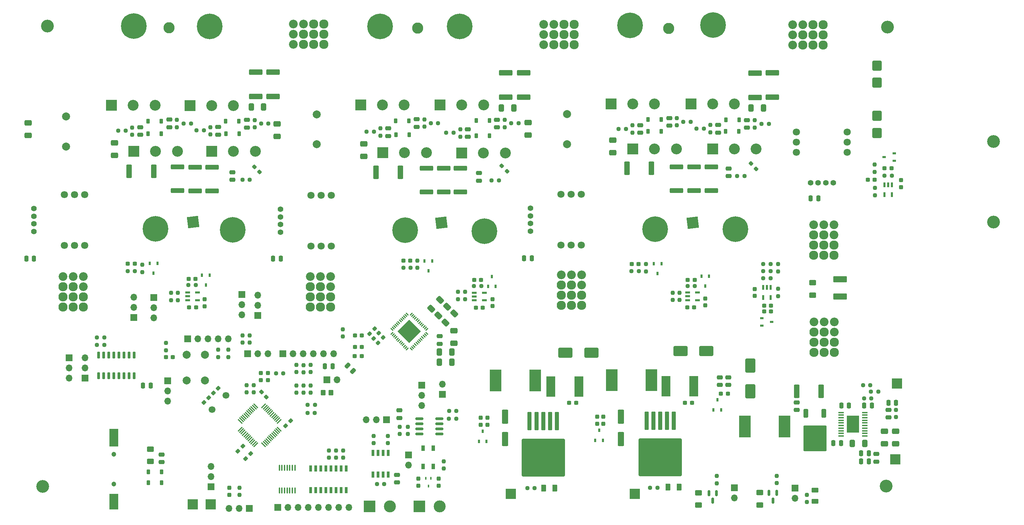
<source format=gbr>
%TF.GenerationSoftware,KiCad,Pcbnew,7.0.1*%
%TF.CreationDate,2023-11-27T14:14:32+03:00*%
%TF.ProjectId,motordriver,6d6f746f-7264-4726-9976-65722e6b6963,rev?*%
%TF.SameCoordinates,Original*%
%TF.FileFunction,Soldermask,Top*%
%TF.FilePolarity,Negative*%
%FSLAX46Y46*%
G04 Gerber Fmt 4.6, Leading zero omitted, Abs format (unit mm)*
G04 Created by KiCad (PCBNEW 7.0.1) date 2023-11-27 14:14:32*
%MOMM*%
%LPD*%
G01*
G04 APERTURE LIST*
G04 Aperture macros list*
%AMRoundRect*
0 Rectangle with rounded corners*
0 $1 Rounding radius*
0 $2 $3 $4 $5 $6 $7 $8 $9 X,Y pos of 4 corners*
0 Add a 4 corners polygon primitive as box body*
4,1,4,$2,$3,$4,$5,$6,$7,$8,$9,$2,$3,0*
0 Add four circle primitives for the rounded corners*
1,1,$1+$1,$2,$3*
1,1,$1+$1,$4,$5*
1,1,$1+$1,$6,$7*
1,1,$1+$1,$8,$9*
0 Add four rect primitives between the rounded corners*
20,1,$1+$1,$2,$3,$4,$5,0*
20,1,$1+$1,$4,$5,$6,$7,0*
20,1,$1+$1,$6,$7,$8,$9,0*
20,1,$1+$1,$8,$9,$2,$3,0*%
%AMHorizOval*
0 Thick line with rounded ends*
0 $1 width*
0 $2 $3 position (X,Y) of the first rounded end (center of the circle)*
0 $4 $5 position (X,Y) of the second rounded end (center of the circle)*
0 Add line between two ends*
20,1,$1,$2,$3,$4,$5,0*
0 Add two circle primitives to create the rounded ends*
1,1,$1,$2,$3*
1,1,$1,$4,$5*%
%AMRotRect*
0 Rectangle, with rotation*
0 The origin of the aperture is its center*
0 $1 length*
0 $2 width*
0 $3 Rotation angle, in degrees counterclockwise*
0 Add horizontal line*
21,1,$1,$2,0,0,$3*%
G04 Aperture macros list end*
%ADD10RoundRect,0.237500X0.250000X0.237500X-0.250000X0.237500X-0.250000X-0.237500X0.250000X-0.237500X0*%
%ADD11RoundRect,0.250000X0.475000X-0.250000X0.475000X0.250000X-0.475000X0.250000X-0.475000X-0.250000X0*%
%ADD12RoundRect,0.249999X1.425001X-0.450001X1.425001X0.450001X-1.425001X0.450001X-1.425001X-0.450001X0*%
%ADD13R,2.500000X2.500000*%
%ADD14C,6.400000*%
%ADD15RoundRect,0.250000X-0.250000X-0.475000X0.250000X-0.475000X0.250000X0.475000X-0.250000X0.475000X0*%
%ADD16RoundRect,0.250000X-1.425000X0.362500X-1.425000X-0.362500X1.425000X-0.362500X1.425000X0.362500X0*%
%ADD17RoundRect,0.237500X0.300000X0.237500X-0.300000X0.237500X-0.300000X-0.237500X0.300000X-0.237500X0*%
%ADD18R,0.600000X1.200000*%
%ADD19RoundRect,0.237500X0.237500X-0.250000X0.237500X0.250000X-0.237500X0.250000X-0.237500X-0.250000X0*%
%ADD20RoundRect,0.237500X0.237500X-0.300000X0.237500X0.300000X-0.237500X0.300000X-0.237500X-0.300000X0*%
%ADD21RoundRect,0.250000X-0.475000X0.250000X-0.475000X-0.250000X0.475000X-0.250000X0.475000X0.250000X0*%
%ADD22RoundRect,0.237500X-0.237500X0.250000X-0.237500X-0.250000X0.237500X-0.250000X0.237500X0.250000X0*%
%ADD23RoundRect,0.225000X0.225000X0.375000X-0.225000X0.375000X-0.225000X-0.375000X0.225000X-0.375000X0*%
%ADD24R,2.715000X2.715000*%
%ADD25C,2.715000*%
%ADD26R,1.700000X1.700000*%
%ADD27O,1.700000X1.700000*%
%ADD28RoundRect,0.250000X-0.550000X1.500000X-0.550000X-1.500000X0.550000X-1.500000X0.550000X1.500000X0*%
%ADD29R,0.600000X0.850000*%
%ADD30C,2.175000*%
%ADD31C,2.300000*%
%ADD32RoundRect,0.250000X-1.450000X0.537500X-1.450000X-0.537500X1.450000X-0.537500X1.450000X0.537500X0*%
%ADD33C,3.200000*%
%ADD34RoundRect,0.250000X-0.350000X0.850000X-0.350000X-0.850000X0.350000X-0.850000X0.350000X0.850000X0*%
%ADD35RoundRect,0.249997X-2.650003X2.950003X-2.650003X-2.950003X2.650003X-2.950003X2.650003X2.950003X0*%
%ADD36RoundRect,0.237500X-0.250000X-0.237500X0.250000X-0.237500X0.250000X0.237500X-0.250000X0.237500X0*%
%ADD37RoundRect,0.249999X-0.450001X-1.425001X0.450001X-1.425001X0.450001X1.425001X-0.450001X1.425001X0*%
%ADD38RoundRect,0.237500X-0.237500X0.300000X-0.237500X-0.300000X0.237500X-0.300000X0.237500X0.300000X0*%
%ADD39RoundRect,0.250000X-0.167938X0.751301X-0.751301X0.167938X0.167938X-0.751301X0.751301X-0.167938X0*%
%ADD40RoundRect,0.250000X0.412500X0.650000X-0.412500X0.650000X-0.412500X-0.650000X0.412500X-0.650000X0*%
%ADD41RoundRect,0.250000X-0.625000X0.375000X-0.625000X-0.375000X0.625000X-0.375000X0.625000X0.375000X0*%
%ADD42R,0.650000X1.525000*%
%ADD43C,1.800000*%
%ADD44C,1.416000*%
%ADD45RoundRect,0.237500X-0.044194X-0.380070X0.380070X0.044194X0.044194X0.380070X-0.380070X-0.044194X0*%
%ADD46RoundRect,0.250000X-0.300000X2.050000X-0.300000X-2.050000X0.300000X-2.050000X0.300000X2.050000X0*%
%ADD47RoundRect,0.250002X-5.149998X4.449998X-5.149998X-4.449998X5.149998X-4.449998X5.149998X4.449998X0*%
%ADD48R,2.200000X5.200000*%
%ADD49RoundRect,0.250000X-1.500000X-1.000000X1.500000X-1.000000X1.500000X1.000000X-1.500000X1.000000X0*%
%ADD50RoundRect,0.237500X-0.300000X-0.237500X0.300000X-0.237500X0.300000X0.237500X-0.300000X0.237500X0*%
%ADD51RoundRect,0.250000X0.250000X0.475000X-0.250000X0.475000X-0.250000X-0.475000X0.250000X-0.475000X0*%
%ADD52RoundRect,0.225000X-0.225000X-0.375000X0.225000X-0.375000X0.225000X0.375000X-0.225000X0.375000X0*%
%ADD53C,2.000000*%
%ADD54R,3.000000X3.000000*%
%ADD55C,3.000000*%
%ADD56RoundRect,0.250000X0.625000X-0.400000X0.625000X0.400000X-0.625000X0.400000X-0.625000X-0.400000X0*%
%ADD57RoundRect,0.237500X-0.008839X-0.344715X0.344715X0.008839X0.008839X0.344715X-0.344715X-0.008839X0*%
%ADD58RoundRect,0.250000X-0.650000X0.412500X-0.650000X-0.412500X0.650000X-0.412500X0.650000X0.412500X0*%
%ADD59R,1.200000X0.600000*%
%ADD60RoundRect,0.250000X-0.625000X0.400000X-0.625000X-0.400000X0.625000X-0.400000X0.625000X0.400000X0*%
%ADD61R,0.850000X0.600000*%
%ADD62C,1.200000*%
%ADD63R,2.300000X4.000000*%
%ADD64R,2.300000X4.400000*%
%ADD65RoundRect,0.062500X0.220971X0.309359X-0.309359X-0.220971X-0.220971X-0.309359X0.309359X0.220971X0*%
%ADD66RoundRect,0.062500X-0.220971X0.309359X-0.309359X0.220971X0.220971X-0.309359X0.309359X-0.220971X0*%
%ADD67RotRect,4.100000X4.100000X225.000000*%
%ADD68RoundRect,0.237500X0.344715X-0.008839X-0.008839X0.344715X-0.344715X0.008839X0.008839X-0.344715X0*%
%ADD69R,2.900000X5.400000*%
%ADD70RoundRect,0.150000X-0.150000X0.587500X-0.150000X-0.587500X0.150000X-0.587500X0.150000X0.587500X0*%
%ADD71R,0.900000X1.350000*%
%ADD72RoundRect,0.250000X0.375000X0.625000X-0.375000X0.625000X-0.375000X-0.625000X0.375000X-0.625000X0*%
%ADD73RoundRect,0.237500X0.044194X0.380070X-0.380070X-0.044194X-0.044194X-0.380070X0.380070X0.044194X0*%
%ADD74RoundRect,0.075000X-0.521491X0.415425X0.415425X-0.521491X0.521491X-0.415425X-0.415425X0.521491X0*%
%ADD75RoundRect,0.075000X-0.521491X-0.415425X-0.415425X-0.521491X0.521491X0.415425X0.415425X0.521491X0*%
%ADD76RoundRect,0.150000X-0.825000X-0.150000X0.825000X-0.150000X0.825000X0.150000X-0.825000X0.150000X0*%
%ADD77RoundRect,0.150000X-0.150000X0.725000X-0.150000X-0.725000X0.150000X-0.725000X0.150000X0.725000X0*%
%ADD78RoundRect,0.250000X0.900000X-1.000000X0.900000X1.000000X-0.900000X1.000000X-0.900000X-1.000000X0*%
%ADD79RoundRect,0.237500X0.380070X-0.044194X-0.044194X0.380070X-0.380070X0.044194X0.044194X-0.380070X0*%
%ADD80C,1.700000*%
%ADD81RoundRect,0.250000X0.650000X-0.412500X0.650000X0.412500X-0.650000X0.412500X-0.650000X-0.412500X0*%
%ADD82RoundRect,0.250000X-0.350000X-0.450000X0.350000X-0.450000X0.350000X0.450000X-0.350000X0.450000X0*%
%ADD83RoundRect,0.250000X-0.900000X1.000000X-0.900000X-1.000000X0.900000X-1.000000X0.900000X1.000000X0*%
%ADD84RoundRect,0.100000X-0.100000X0.637500X-0.100000X-0.637500X0.100000X-0.637500X0.100000X0.637500X0*%
%ADD85RoundRect,0.250000X1.000000X-1.500000X1.000000X1.500000X-1.000000X1.500000X-1.000000X-1.500000X0*%
%ADD86RoundRect,0.250000X0.512652X0.159099X0.159099X0.512652X-0.512652X-0.159099X-0.159099X-0.512652X0*%
%ADD87R,0.450000X0.700000*%
%ADD88R,1.450000X0.450000*%
%ADD89R,3.150000X4.350000*%
%ADD90RotRect,2.800000X2.800000X97.000000*%
%ADD91HorizOval,2.800000X0.000000X0.000000X0.000000X0.000000X0*%
G04 APERTURE END LIST*
D10*
%TO.C,R9*%
X151788500Y-147828000D03*
X149963500Y-147828000D03*
%TD*%
D11*
%TO.C,C94*%
X117983000Y-130236000D03*
X117983000Y-128336000D03*
%TD*%
D12*
%TO.C,R149*%
X211175600Y-50038000D03*
X211175600Y-43938000D03*
%TD*%
D13*
%TO.C,TP5*%
X176820000Y-149280000D03*
%TD*%
D14*
%TO.C,H8*%
X70574964Y-32301993D03*
%TD*%
D15*
%TO.C,C26*%
X53914000Y-122174000D03*
X55814000Y-122174000D03*
%TD*%
D16*
%TO.C,R42*%
X129032000Y-67818000D03*
X129032000Y-73743000D03*
%TD*%
D17*
%TO.C,C18*%
X210869700Y-102158800D03*
X209144700Y-102158800D03*
%TD*%
D18*
%TO.C,OPA5*%
X210804800Y-97606800D03*
X209854800Y-97606800D03*
X208904800Y-97606800D03*
X208904800Y-100106800D03*
X210804800Y-100106800D03*
%TD*%
D19*
%TO.C,R47*%
X79756000Y-123848500D03*
X79756000Y-122023500D03*
%TD*%
D20*
%TO.C,C112*%
X243382800Y-72490500D03*
X243382800Y-70765500D03*
%TD*%
D19*
%TO.C,R70*%
X179628800Y-93573600D03*
X179628800Y-91748600D03*
%TD*%
D21*
%TO.C,C99*%
X53187600Y-57520800D03*
X53187600Y-59420800D03*
%TD*%
D22*
%TO.C,R88*%
X197322400Y-144754200D03*
X197322400Y-146579200D03*
%TD*%
D17*
%TO.C,C14*%
X162152500Y-126492000D03*
X160427500Y-126492000D03*
%TD*%
D23*
%TO.C,D15*%
X120318800Y-55930800D03*
X117018800Y-55930800D03*
%TD*%
D10*
%TO.C,R141*%
X69086100Y-58318400D03*
X67261100Y-58318400D03*
%TD*%
D14*
%TO.C,H13*%
X119380000Y-83312000D03*
%TD*%
D24*
%TO.C,Q11*%
X190850000Y-51730000D03*
D25*
X196300000Y-51730000D03*
X201750000Y-51730000D03*
%TD*%
D26*
%TO.C,J15*%
X35450000Y-115200000D03*
D27*
X35450000Y-117740000D03*
X35450000Y-120280000D03*
%TD*%
D19*
%TO.C,R56*%
X80518000Y-111412500D03*
X80518000Y-109587500D03*
%TD*%
D28*
%TO.C,C16*%
X144399000Y-129915000D03*
X144399000Y-135515000D03*
%TD*%
D29*
%TO.C,Z2*%
X57489300Y-91561600D03*
X55589300Y-91561600D03*
X56539300Y-94061600D03*
%TD*%
D10*
%TO.C,R4*%
X235938700Y-125350816D03*
X234113700Y-125350816D03*
%TD*%
D30*
%TO.C,WSC3*%
X226700000Y-106200000D03*
X224160000Y-106200000D03*
X221620000Y-106200000D03*
X226700000Y-108740000D03*
D31*
X224160000Y-108740000D03*
X221620000Y-108740000D03*
X226700000Y-111280000D03*
X224160000Y-111280000D03*
X221620000Y-111280000D03*
X226700000Y-113820000D03*
X224160000Y-113820000D03*
X221620000Y-113820000D03*
%TD*%
D20*
%TO.C,C77*%
X127762000Y-147166500D03*
X127762000Y-145441500D03*
%TD*%
D19*
%TO.C,R152*%
X81838800Y-57554500D03*
X81838800Y-55729500D03*
%TD*%
D32*
%TO.C,C61*%
X228142800Y-95601700D03*
X228142800Y-99876700D03*
%TD*%
D33*
%TO.C,H1*%
X30000000Y-32250000D03*
%TD*%
D22*
%TO.C,R30*%
X103860000Y-108067500D03*
X103860000Y-109892500D03*
%TD*%
D17*
%TO.C,C52*%
X191108500Y-126492000D03*
X189383500Y-126492000D03*
%TD*%
D34*
%TO.C,D8*%
X224098200Y-129080817D03*
D35*
X221818200Y-135380817D03*
D34*
X219538200Y-129080817D03*
%TD*%
D19*
%TO.C,R48*%
X122428000Y-92706200D03*
X122428000Y-90881200D03*
%TD*%
D16*
%TO.C,R32*%
X195961000Y-67437000D03*
X195961000Y-73362000D03*
%TD*%
D29*
%TO.C,Z5*%
X70546000Y-94528000D03*
X68646000Y-94528000D03*
X69596000Y-97028000D03*
%TD*%
D26*
%TO.C,J2*%
X128750000Y-124345000D03*
D27*
X128750000Y-121805000D03*
%TD*%
D19*
%TO.C,R117*%
X95758000Y-123952000D03*
X95758000Y-122127000D03*
%TD*%
D36*
%TO.C,R12*%
X208942300Y-93522800D03*
X210767300Y-93522800D03*
%TD*%
D11*
%TO.C,C27*%
X58547000Y-141292000D03*
X58547000Y-139392000D03*
%TD*%
D37*
%TO.C,R7*%
X217244200Y-123572816D03*
X223344200Y-123572816D03*
%TD*%
D10*
%TO.C,R64*%
X191817000Y-97282000D03*
X189992000Y-97282000D03*
%TD*%
%TO.C,R61*%
X138453500Y-97282000D03*
X136628500Y-97282000D03*
%TD*%
%TO.C,R52*%
X96882500Y-127000000D03*
X95057500Y-127000000D03*
%TD*%
%TO.C,R125*%
X114196500Y-146812000D03*
X112371500Y-146812000D03*
%TD*%
D19*
%TO.C,R151*%
X111506000Y-136548500D03*
X111506000Y-134723500D03*
%TD*%
D30*
%TO.C,WSC7*%
X91490800Y-31699200D03*
X91490800Y-34239200D03*
X91490800Y-36779200D03*
X94030800Y-31699200D03*
D31*
X94030800Y-34239200D03*
X94030800Y-36779200D03*
X96570800Y-31699200D03*
X96570800Y-34239200D03*
X96570800Y-36779200D03*
X99110800Y-31699200D03*
X99110800Y-34239200D03*
X99110800Y-36779200D03*
%TD*%
D19*
%TO.C,R124*%
X62331600Y-57503700D03*
X62331600Y-55678700D03*
%TD*%
D38*
%TO.C,C74*%
X194411600Y-100381900D03*
X194411600Y-102106900D03*
%TD*%
D10*
%TO.C,R143*%
X131519300Y-58928000D03*
X129694300Y-58928000D03*
%TD*%
D37*
%TO.C,R96*%
X50450000Y-68580000D03*
X56550000Y-68580000D03*
%TD*%
D26*
%TO.C,J4*%
X88870000Y-114220000D03*
D27*
X91410000Y-114220000D03*
X93950000Y-114220000D03*
X96490000Y-114220000D03*
X99030000Y-114220000D03*
X101570000Y-114220000D03*
%TD*%
D19*
%TO.C,R53*%
X59600000Y-113312500D03*
X59600000Y-111487500D03*
%TD*%
D15*
%TO.C,C50*%
X86426000Y-90373200D03*
X88326000Y-90373200D03*
%TD*%
D39*
%TO.C,C81*%
X131660854Y-104152746D03*
X129451146Y-106362454D03*
%TD*%
D30*
%TO.C,WSC8*%
X154076400Y-31800800D03*
X154076400Y-34340800D03*
X154076400Y-36880800D03*
X156616400Y-31800800D03*
D31*
X156616400Y-34340800D03*
X156616400Y-36880800D03*
X159156400Y-31800800D03*
X159156400Y-34340800D03*
X159156400Y-36880800D03*
X161696400Y-31800800D03*
X161696400Y-34340800D03*
X161696400Y-36880800D03*
%TD*%
D21*
%TO.C,C10*%
X217246200Y-126346416D03*
X217246200Y-128246416D03*
%TD*%
D16*
%TO.C,R34*%
X66936000Y-67564000D03*
X66936000Y-73489000D03*
%TD*%
D22*
%TO.C,R153*%
X70764400Y-57507500D03*
X70764400Y-59332500D03*
%TD*%
D38*
%TO.C,C64*%
X69291200Y-100585100D03*
X69291200Y-102310100D03*
%TD*%
D40*
%TO.C,C49*%
X208978900Y-52679600D03*
X205853900Y-52679600D03*
%TD*%
D33*
%TO.C,H23*%
X266446000Y-61138000D03*
%TD*%
D41*
%TO.C,D2*%
X221869000Y-148330001D03*
X221869000Y-151130001D03*
%TD*%
D24*
%TO.C,Q1*%
X45996000Y-52070000D03*
D25*
X51446000Y-52070000D03*
X56896000Y-52070000D03*
%TD*%
D42*
%TO.C,IC3*%
X104648000Y-142912000D03*
X103378000Y-142912000D03*
X102108000Y-142912000D03*
X100838000Y-142912000D03*
X99568000Y-142912000D03*
X98298000Y-142912000D03*
X97028000Y-142912000D03*
X95758000Y-142912000D03*
X95758000Y-148336000D03*
X97028000Y-148336000D03*
X98298000Y-148336000D03*
X99568000Y-148336000D03*
X100838000Y-148336000D03*
X102108000Y-148336000D03*
X103378000Y-148336000D03*
X104648000Y-148336000D03*
%TD*%
D11*
%TO.C,C110*%
X185420000Y-57134800D03*
X185420000Y-55234800D03*
%TD*%
D43*
%TO.C,LESR1*%
X34225000Y-74400000D03*
X36765000Y-74400000D03*
X39305000Y-74400000D03*
X39305000Y-87100000D03*
X36765000Y-87100000D03*
X34225000Y-87100000D03*
D44*
X26595000Y-83607000D03*
X26595000Y-81703000D03*
X26595000Y-79797000D03*
X26605000Y-77892000D03*
%TD*%
D36*
%TO.C,R133*%
X130387500Y-128470000D03*
X132212500Y-128470000D03*
%TD*%
D42*
%TO.C,IC4*%
X115189000Y-139020000D03*
X113919000Y-139020000D03*
X112649000Y-139020000D03*
X111379000Y-139020000D03*
X111379000Y-144444000D03*
X112649000Y-144444000D03*
X113919000Y-144444000D03*
X115189000Y-144444000D03*
%TD*%
D22*
%TO.C,R63*%
X186333908Y-98938838D03*
X186333908Y-100763838D03*
%TD*%
D26*
%TO.C,J1*%
X99817000Y-120700000D03*
D27*
X102357000Y-120700000D03*
%TD*%
D45*
%TO.C,C29*%
X89560120Y-132181880D03*
X90779880Y-130962120D03*
%TD*%
D36*
%TO.C,R45*%
X192229100Y-57861200D03*
X194054100Y-57861200D03*
%TD*%
D19*
%TO.C,R119*%
X92202000Y-123952000D03*
X92202000Y-122127000D03*
%TD*%
D46*
%TO.C,U5*%
X186553000Y-130943000D03*
X184853000Y-130943000D03*
X183153000Y-130943000D03*
D47*
X183153000Y-140093000D03*
D46*
X181453000Y-130943000D03*
X179753000Y-130943000D03*
%TD*%
D48*
%TO.C,D6*%
X184587000Y-122301000D03*
X191587000Y-122301000D03*
%TD*%
D21*
%TO.C,C43*%
X137871200Y-69001600D03*
X137871200Y-70901600D03*
%TD*%
%TO.C,C108*%
X178155600Y-57012800D03*
X178155600Y-58912800D03*
%TD*%
D49*
%TO.C,C13*%
X159489000Y-113919000D03*
X165989000Y-113919000D03*
%TD*%
D50*
%TO.C,C22*%
X106833500Y-114808000D03*
X108558500Y-114808000D03*
%TD*%
D51*
%TO.C,R2*%
X235280200Y-141098816D03*
X233380200Y-141098816D03*
%TD*%
D38*
%TO.C,C62*%
X83312000Y-119025500D03*
X83312000Y-120750500D03*
%TD*%
D24*
%TO.C,Q6*%
X113828000Y-63862000D03*
D25*
X119278000Y-63862000D03*
X124728000Y-63862000D03*
%TD*%
D22*
%TO.C,R87*%
X118045000Y-132461000D03*
X118045000Y-134286000D03*
%TD*%
D52*
%TO.C,D9*%
X55246000Y-146438000D03*
X58546000Y-146438000D03*
%TD*%
D38*
%TO.C,L7*%
X167386000Y-129947500D03*
X167386000Y-131672500D03*
%TD*%
D11*
%TO.C,C109*%
X204851000Y-57658000D03*
X204851000Y-55758000D03*
%TD*%
%TO.C,C102*%
X79908400Y-57592000D03*
X79908400Y-55692000D03*
%TD*%
D14*
%TO.C,H9*%
X56988964Y-82951993D03*
%TD*%
D19*
%TO.C,R123*%
X124206000Y-57402100D03*
X124206000Y-55577100D03*
%TD*%
D23*
%TO.C,D22*%
X183387000Y-55626000D03*
X180087000Y-55626000D03*
%TD*%
D21*
%TO.C,C103*%
X115163600Y-57825600D03*
X115163600Y-59725600D03*
%TD*%
D11*
%TO.C,C101*%
X60452000Y-57526000D03*
X60452000Y-55626000D03*
%TD*%
D30*
%TO.C,WSC6*%
X163500000Y-94500000D03*
X160960000Y-94500000D03*
X158420000Y-94500000D03*
X163500000Y-97040000D03*
D31*
X160960000Y-97040000D03*
X158420000Y-97040000D03*
X163500000Y-99580000D03*
X160960000Y-99580000D03*
X158420000Y-99580000D03*
X163500000Y-102120000D03*
X160960000Y-102120000D03*
X158420000Y-102120000D03*
%TD*%
D14*
%TO.C,H15*%
X175668964Y-32099993D03*
%TD*%
D17*
%TO.C,C59*%
X236792500Y-70700000D03*
X235067500Y-70700000D03*
%TD*%
D26*
%TO.C,J5*%
X114780000Y-130700000D03*
D27*
X112240000Y-130700000D03*
X109700000Y-130700000D03*
%TD*%
D19*
%TO.C,R40*%
X53691700Y-93774900D03*
X53691700Y-91949900D03*
%TD*%
D14*
%TO.C,H17*%
X181864000Y-83058000D03*
%TD*%
D10*
%TO.C,R38*%
X127658500Y-56489600D03*
X125833500Y-56489600D03*
%TD*%
D53*
%TO.C,SW1*%
X64842000Y-120904000D03*
X64842000Y-114404000D03*
X69342000Y-120904000D03*
X69342000Y-114404000D03*
%TD*%
D52*
%TO.C,D12*%
X55144400Y-59131200D03*
X58444400Y-59131200D03*
%TD*%
%TO.C,D25*%
X199518000Y-58572400D03*
X202818000Y-58572400D03*
%TD*%
D51*
%TO.C,C4*%
X235280200Y-139066816D03*
X233380200Y-139066816D03*
%TD*%
D54*
%TO.C,J7*%
X122936000Y-152400000D03*
D55*
X128016000Y-152400000D03*
%TD*%
D56*
%TO.C,R91*%
X208026000Y-152019600D03*
X208026000Y-148919600D03*
%TD*%
%TO.C,R146*%
X221284800Y-99543200D03*
X221284800Y-96443200D03*
%TD*%
D45*
%TO.C,C68*%
X69090120Y-126409880D03*
X70309880Y-125190120D03*
%TD*%
D19*
%TO.C,R159*%
X206806800Y-57605300D03*
X206806800Y-55780300D03*
%TD*%
D57*
%TO.C,R16*%
X112654765Y-111445235D03*
X113945235Y-110154765D03*
%TD*%
D12*
%TO.C,R95*%
X82042000Y-49836800D03*
X82042000Y-43736800D03*
%TD*%
D24*
%TO.C,Q12*%
X176300000Y-63000000D03*
D25*
X181750000Y-63000000D03*
X187200000Y-63000000D03*
%TD*%
D10*
%TO.C,R49*%
X67056000Y-97028000D03*
X65231000Y-97028000D03*
%TD*%
D19*
%TO.C,R54*%
X78800000Y-111412500D03*
X78800000Y-109587500D03*
%TD*%
D53*
%TO.C,C116*%
X159918400Y-54250000D03*
X159918400Y-61750000D03*
%TD*%
D58*
%TO.C,C1*%
X242011200Y-133567316D03*
X242011200Y-136692316D03*
%TD*%
D36*
%TO.C,R5*%
X233859700Y-122048816D03*
X235684700Y-122048816D03*
%TD*%
D58*
%TO.C,C34*%
X87376000Y-56730500D03*
X87376000Y-59855500D03*
%TD*%
D22*
%TO.C,R90*%
X212293200Y-144731100D03*
X212293200Y-146556100D03*
%TD*%
D59*
%TO.C,OPA1*%
X65044000Y-98872000D03*
X65044000Y-99822000D03*
X65044000Y-100772000D03*
X67544000Y-100772000D03*
X67544000Y-98872000D03*
%TD*%
D30*
%TO.C,WSC2*%
X226568000Y-81940400D03*
X224028000Y-81940400D03*
X221488000Y-81940400D03*
X226568000Y-84480400D03*
D31*
X224028000Y-84480400D03*
X221488000Y-84480400D03*
X226568000Y-87020400D03*
X224028000Y-87020400D03*
X221488000Y-87020400D03*
X226568000Y-89560400D03*
X224028000Y-89560400D03*
X221488000Y-89560400D03*
%TD*%
D17*
%TO.C,C63*%
X61362500Y-115000000D03*
X59637500Y-115000000D03*
%TD*%
D12*
%TO.C,R147*%
X86410800Y-49836800D03*
X86410800Y-43736800D03*
%TD*%
D52*
%TO.C,D19*%
X180112400Y-58572400D03*
X183412400Y-58572400D03*
%TD*%
D16*
%TO.C,R17*%
X187198000Y-67437000D03*
X187198000Y-73362000D03*
%TD*%
D37*
%TO.C,R100*%
X174877000Y-67818000D03*
X180977000Y-67818000D03*
%TD*%
D36*
%TO.C,R69*%
X118975500Y-92710000D03*
X120800500Y-92710000D03*
%TD*%
D13*
%TO.C,TP4*%
X145796000Y-149280000D03*
%TD*%
D26*
%TO.C,J9*%
X87590000Y-152660000D03*
D27*
X90130000Y-152660000D03*
X92670000Y-152660000D03*
X95210000Y-152660000D03*
X97750000Y-152660000D03*
X100290000Y-152660000D03*
X102830000Y-152660000D03*
X105370000Y-152660000D03*
%TD*%
D29*
%TO.C,Z4*%
X183466500Y-91626300D03*
X181566500Y-91626300D03*
X182516500Y-94126300D03*
%TD*%
D26*
%TO.C,J16*%
X56591200Y-100091000D03*
D27*
X56591200Y-102631000D03*
X56591200Y-105171000D03*
%TD*%
D21*
%TO.C,C100*%
X72694800Y-57470000D03*
X72694800Y-59370000D03*
%TD*%
D48*
%TO.C,D4*%
X155829000Y-122428000D03*
X162829000Y-122428000D03*
%TD*%
D60*
%TO.C,R58*%
X55753000Y-138030000D03*
X55753000Y-141130000D03*
%TD*%
D40*
%TO.C,C42*%
X84062500Y-52425600D03*
X80937500Y-52425600D03*
%TD*%
D49*
%TO.C,C35*%
X188214000Y-113538000D03*
X194714000Y-113538000D03*
%TD*%
D39*
%TO.C,C80*%
X129933654Y-102425546D03*
X127723946Y-104635254D03*
%TD*%
D61*
%TO.C,Z9*%
X241666400Y-65923200D03*
X241666400Y-64023200D03*
X239166400Y-64973200D03*
%TD*%
D58*
%TO.C,C117*%
X150114000Y-56349500D03*
X150114000Y-59474500D03*
%TD*%
D10*
%TO.C,R130*%
X142847700Y-70815200D03*
X141022700Y-70815200D03*
%TD*%
D19*
%TO.C,R62*%
X188033908Y-100763838D03*
X188033908Y-98938838D03*
%TD*%
D15*
%TO.C,C8*%
X228422200Y-127125817D03*
X230322200Y-127125817D03*
%TD*%
D62*
%TO.C,IC5*%
X46609000Y-146819000D03*
X46609000Y-139319000D03*
D63*
X46609000Y-151219000D03*
D64*
X46609000Y-135219000D03*
%TD*%
D26*
%TO.C,J14*%
X82600000Y-104625000D03*
D27*
X82600000Y-102085000D03*
X82600000Y-99545000D03*
%TD*%
D26*
%TO.C,J13*%
X51612800Y-105156000D03*
D27*
X51612800Y-102616000D03*
X51612800Y-100076000D03*
%TD*%
D33*
%TO.C,H3*%
X28837000Y-147368000D03*
%TD*%
D24*
%TO.C,Q10*%
X196250000Y-63000000D03*
D25*
X201700000Y-63000000D03*
X207150000Y-63000000D03*
%TD*%
D18*
%TO.C,OPA4*%
X241092400Y-71902000D03*
X240142400Y-71902000D03*
X239192400Y-71902000D03*
X239192400Y-74402000D03*
X241092400Y-74402000D03*
%TD*%
D17*
%TO.C,C69*%
X67006000Y-95504000D03*
X65281000Y-95504000D03*
%TD*%
D65*
%TO.C,U4*%
X124818487Y-108131337D03*
X124464934Y-107777784D03*
X124111380Y-107424230D03*
X123757827Y-107070677D03*
X123404274Y-106717124D03*
X123050720Y-106363570D03*
X122697167Y-106010017D03*
X122343613Y-105656463D03*
X121990060Y-105302910D03*
X121636507Y-104949357D03*
X121282953Y-104595803D03*
X120929400Y-104242250D03*
D66*
X119957128Y-104242250D03*
X119603575Y-104595803D03*
X119250021Y-104949357D03*
X118896468Y-105302910D03*
X118542915Y-105656463D03*
X118189361Y-106010017D03*
X117835808Y-106363570D03*
X117482254Y-106717124D03*
X117128701Y-107070677D03*
X116775148Y-107424230D03*
X116421594Y-107777784D03*
X116068041Y-108131337D03*
D65*
X116068041Y-109103609D03*
X116421594Y-109457162D03*
X116775148Y-109810716D03*
X117128701Y-110164269D03*
X117482254Y-110517822D03*
X117835808Y-110871376D03*
X118189361Y-111224929D03*
X118542915Y-111578483D03*
X118896468Y-111932036D03*
X119250021Y-112285589D03*
X119603575Y-112639143D03*
X119957128Y-112992696D03*
D66*
X120929400Y-112992696D03*
X121282953Y-112639143D03*
X121636507Y-112285589D03*
X121990060Y-111932036D03*
X122343613Y-111578483D03*
X122697167Y-111224929D03*
X123050720Y-110871376D03*
X123404274Y-110517822D03*
X123757827Y-110164269D03*
X124111380Y-109810716D03*
X124464934Y-109457162D03*
X124818487Y-109103609D03*
D67*
X120443264Y-108617473D03*
%TD*%
D68*
%TO.C,R127*%
X82992035Y-68717235D03*
X81701565Y-67426765D03*
%TD*%
D11*
%TO.C,C106*%
X142367000Y-57541200D03*
X142367000Y-55641200D03*
%TD*%
D17*
%TO.C,C75*%
X191773491Y-95747805D03*
X190048491Y-95747805D03*
%TD*%
D19*
%TO.C,R118*%
X93980000Y-123952000D03*
X93980000Y-122127000D03*
%TD*%
D36*
%TO.C,R142*%
X145950300Y-56489600D03*
X147775300Y-56489600D03*
%TD*%
D12*
%TO.C,R97*%
X149047200Y-49987200D03*
X149047200Y-43887200D03*
%TD*%
D69*
%TO.C,L4*%
X180975000Y-120777000D03*
X171075000Y-120777000D03*
%TD*%
D22*
%TO.C,R60*%
X132608000Y-98721500D03*
X132608000Y-100546500D03*
%TD*%
D61*
%TO.C,Z8*%
X208534438Y-105277388D03*
X208534438Y-107177388D03*
X211034438Y-106227388D03*
%TD*%
D52*
%TO.C,D13*%
X74600800Y-59182000D03*
X77900800Y-59182000D03*
%TD*%
D10*
%TO.C,R13*%
X210767300Y-95300800D03*
X208942300Y-95300800D03*
%TD*%
D11*
%TO.C,C6*%
X240233200Y-130110816D03*
X240233200Y-128210816D03*
%TD*%
D70*
%TO.C,Q17*%
X212278000Y-149024100D03*
X210378000Y-149024100D03*
X211328000Y-150899100D03*
%TD*%
D36*
%TO.C,R39*%
X109780700Y-58623200D03*
X111605700Y-58623200D03*
%TD*%
D26*
%TO.C,M2*%
X216865200Y-147777200D03*
D27*
X216865200Y-150317200D03*
%TD*%
D58*
%TO.C,C98*%
X25146000Y-56476500D03*
X25146000Y-59601500D03*
%TD*%
D50*
%TO.C,C65*%
X65431500Y-102616000D03*
X67156500Y-102616000D03*
%TD*%
D38*
%TO.C,C88*%
X75438000Y-147727500D03*
X75438000Y-149452500D03*
%TD*%
D71*
%TO.C,FL1*%
X126420000Y-137850000D03*
X123920000Y-137850000D03*
X123920000Y-142400000D03*
X126420000Y-142400000D03*
%TD*%
D72*
%TO.C,D3*%
X156848000Y-147828000D03*
X154048000Y-147828000D03*
%TD*%
D19*
%TO.C,R23*%
X95758000Y-118768500D03*
X95758000Y-116943500D03*
%TD*%
D72*
%TO.C,D7*%
X187886800Y-147523200D03*
X185086800Y-147523200D03*
%TD*%
D19*
%TO.C,R59*%
X134400000Y-100546500D03*
X134400000Y-98721500D03*
%TD*%
D26*
%TO.C,J3*%
X80503000Y-152908000D03*
D27*
X77963000Y-152908000D03*
X75423000Y-152908000D03*
%TD*%
D12*
%TO.C,R99*%
X206857600Y-50088800D03*
X206857600Y-43988800D03*
%TD*%
D24*
%TO.C,Q7*%
X128143000Y-51990000D03*
D25*
X133593000Y-51990000D03*
X139043000Y-51990000D03*
%TD*%
D28*
%TO.C,C54*%
X173355000Y-129915000D03*
X173355000Y-135515000D03*
%TD*%
D22*
%TO.C,R66*%
X236829600Y-72696700D03*
X236829600Y-74521700D03*
%TD*%
D50*
%TO.C,C121*%
X239229100Y-67818000D03*
X240954100Y-67818000D03*
%TD*%
D22*
%TO.C,R126*%
X51206400Y-57609100D03*
X51206400Y-59434100D03*
%TD*%
D10*
%TO.C,R73*%
X44212500Y-110100000D03*
X42387500Y-110100000D03*
%TD*%
D19*
%TO.C,R14*%
X81534000Y-123848500D03*
X81534000Y-122023500D03*
%TD*%
D73*
%TO.C,C67*%
X72709880Y-122790120D03*
X71490120Y-124009880D03*
%TD*%
D57*
%TO.C,R19*%
X111554765Y-110345235D03*
X112845235Y-109054765D03*
%TD*%
D15*
%TO.C,C89*%
X99380000Y-117348000D03*
X101280000Y-117348000D03*
%TD*%
D74*
%TO.C,U6*%
X82059212Y-127192124D03*
X81705658Y-127545678D03*
X81352105Y-127899231D03*
X80998551Y-128252785D03*
X80644998Y-128606338D03*
X80291445Y-128959891D03*
X79937891Y-129313445D03*
X79584338Y-129666998D03*
X79230785Y-130020551D03*
X78877231Y-130374105D03*
X78523678Y-130727658D03*
X78170124Y-131081212D03*
D75*
X78170124Y-133078788D03*
X78523678Y-133432342D03*
X78877231Y-133785895D03*
X79230785Y-134139449D03*
X79584338Y-134493002D03*
X79937891Y-134846555D03*
X80291445Y-135200109D03*
X80644998Y-135553662D03*
X80998551Y-135907215D03*
X81352105Y-136260769D03*
X81705658Y-136614322D03*
X82059212Y-136967876D03*
D74*
X84056788Y-136967876D03*
X84410342Y-136614322D03*
X84763895Y-136260769D03*
X85117449Y-135907215D03*
X85471002Y-135553662D03*
X85824555Y-135200109D03*
X86178109Y-134846555D03*
X86531662Y-134493002D03*
X86885215Y-134139449D03*
X87238769Y-133785895D03*
X87592322Y-133432342D03*
X87945876Y-133078788D03*
D75*
X87945876Y-131081212D03*
X87592322Y-130727658D03*
X87238769Y-130374105D03*
X86885215Y-130020551D03*
X86531662Y-129666998D03*
X86178109Y-129313445D03*
X85824555Y-128959891D03*
X85471002Y-128606338D03*
X85117449Y-128252785D03*
X84763895Y-127899231D03*
X84410342Y-127545678D03*
X84056788Y-127192124D03*
%TD*%
D19*
%TO.C,R55*%
X72644000Y-115012500D03*
X72644000Y-113187500D03*
%TD*%
D69*
%TO.C,L1*%
X214249000Y-132412016D03*
X204349000Y-132412016D03*
%TD*%
D24*
%TO.C,Q9*%
X170850000Y-51730000D03*
D25*
X176300000Y-51730000D03*
X181750000Y-51730000D03*
%TD*%
D36*
%TO.C,R71*%
X175965200Y-93536700D03*
X177790200Y-93536700D03*
%TD*%
D76*
%TO.C,U3*%
X123001000Y-130429000D03*
X123001000Y-131699000D03*
X123001000Y-132969000D03*
X123001000Y-134239000D03*
X127951000Y-134239000D03*
X127951000Y-132969000D03*
X127951000Y-131699000D03*
X127951000Y-130429000D03*
%TD*%
D15*
%TO.C,C41*%
X24754800Y-90373200D03*
X26654800Y-90373200D03*
%TD*%
D68*
%TO.C,R131*%
X207111600Y-67919600D03*
X205821130Y-66629130D03*
%TD*%
D77*
%TO.C,U2*%
X51689000Y-114519000D03*
X50419000Y-114519000D03*
X49149000Y-114519000D03*
X47879000Y-114519000D03*
X46609000Y-114519000D03*
X45339000Y-114519000D03*
X44069000Y-114519000D03*
X42799000Y-114519000D03*
X42799000Y-119669000D03*
X44069000Y-119669000D03*
X45339000Y-119669000D03*
X46609000Y-119669000D03*
X47879000Y-119669000D03*
X49149000Y-119669000D03*
X50419000Y-119669000D03*
X51689000Y-119669000D03*
%TD*%
D26*
%TO.C,M1*%
X201676000Y-147721400D03*
D27*
X201676000Y-150261400D03*
%TD*%
D19*
%TO.C,R157*%
X187299600Y-57046500D03*
X187299600Y-55221500D03*
%TD*%
D13*
%TO.C,TP8*%
X66294000Y-151892000D03*
%TD*%
D14*
%TO.C,H11*%
X113184964Y-32301993D03*
%TD*%
%TO.C,H18*%
X201930000Y-83058000D03*
%TD*%
D20*
%TO.C,C53*%
X168910000Y-131672500D03*
X168910000Y-129947500D03*
%TD*%
D78*
%TO.C,D23*%
X237388400Y-58944400D03*
X237388400Y-54644400D03*
%TD*%
D38*
%TO.C,C17*%
X206806800Y-97994300D03*
X206806800Y-99719300D03*
%TD*%
D30*
%TO.C,WSC5*%
X100750000Y-94920000D03*
X98210000Y-94920000D03*
X95670000Y-94920000D03*
X100750000Y-97460000D03*
D31*
X98210000Y-97460000D03*
X95670000Y-97460000D03*
X100750000Y-100000000D03*
X98210000Y-100000000D03*
X95670000Y-100000000D03*
X100750000Y-102540000D03*
X98210000Y-102540000D03*
X95670000Y-102540000D03*
%TD*%
D22*
%TO.C,R154*%
X113233200Y-57812300D03*
X113233200Y-59637300D03*
%TD*%
D50*
%TO.C,C20*%
X106857500Y-109600000D03*
X108582500Y-109600000D03*
%TD*%
D36*
%TO.C,R33*%
X47703100Y-58369200D03*
X49528100Y-58369200D03*
%TD*%
D19*
%TO.C,R3*%
X242133200Y-130055523D03*
X242133200Y-128230523D03*
%TD*%
D53*
%TO.C,C96*%
X34671000Y-54857000D03*
X34671000Y-62357000D03*
%TD*%
D38*
%TO.C,L2*%
X138303000Y-130201500D03*
X138303000Y-131926500D03*
%TD*%
D17*
%TO.C,C72*%
X138406500Y-95758000D03*
X136681500Y-95758000D03*
%TD*%
D36*
%TO.C,R140*%
X83417400Y-56642000D03*
X85242400Y-56642000D03*
%TD*%
D13*
%TO.C,TP2*%
X242316000Y-121666000D03*
%TD*%
D14*
%TO.C,H12*%
X133058964Y-32301993D03*
%TD*%
D16*
%TO.C,R36*%
X71120000Y-67564000D03*
X71120000Y-73489000D03*
%TD*%
D21*
%TO.C,C11*%
X200177400Y-120082816D03*
X200177400Y-121982816D03*
%TD*%
D22*
%TO.C,R67*%
X236789600Y-66854700D03*
X236789600Y-68679700D03*
%TD*%
%TO.C,R158*%
X195681600Y-56948700D03*
X195681600Y-58773700D03*
%TD*%
D37*
%TO.C,R98*%
X112139000Y-68834000D03*
X118239000Y-68834000D03*
%TD*%
D19*
%TO.C,R150*%
X115062000Y-136548500D03*
X115062000Y-134723500D03*
%TD*%
D21*
%TO.C,C47*%
X200304400Y-67833200D03*
X200304400Y-69733200D03*
%TD*%
D73*
%TO.C,C30*%
X80772000Y-139192000D03*
X79552240Y-140411760D03*
%TD*%
D57*
%TO.C,R29*%
X110509530Y-109190470D03*
X111800000Y-107900000D03*
%TD*%
D23*
%TO.C,D11*%
X58419000Y-55981600D03*
X55119000Y-55981600D03*
%TD*%
D21*
%TO.C,C78*%
X117348000Y-144465000D03*
X117348000Y-146365000D03*
%TD*%
D40*
%TO.C,C3*%
X234302700Y-136653816D03*
X231177700Y-136653816D03*
%TD*%
D19*
%TO.C,R120*%
X102108000Y-140208000D03*
X102108000Y-138383000D03*
%TD*%
D26*
%TO.C,J17*%
X78587600Y-99360000D03*
D27*
X78587600Y-101900000D03*
X78587600Y-104440000D03*
%TD*%
D10*
%TO.C,R10*%
X210767300Y-91744800D03*
X208942300Y-91744800D03*
%TD*%
D24*
%TO.C,Q2*%
X51584000Y-63528000D03*
D25*
X57034000Y-63528000D03*
X62484000Y-63528000D03*
%TD*%
D19*
%TO.C,R155*%
X144272000Y-57503700D03*
X144272000Y-55678700D03*
%TD*%
D22*
%TO.C,R86*%
X120077000Y-132461000D03*
X120077000Y-134286000D03*
%TD*%
D29*
%TO.C,Z1*%
X137861000Y-136104000D03*
X139761000Y-136104000D03*
X138811000Y-133604000D03*
%TD*%
D73*
%TO.C,C28*%
X78841880Y-137312120D03*
X77622120Y-138531880D03*
%TD*%
D23*
%TO.C,D14*%
X77850000Y-55981600D03*
X74550000Y-55981600D03*
%TD*%
D10*
%TO.C,R18*%
X65885700Y-56591200D03*
X64060700Y-56591200D03*
%TD*%
D30*
%TO.C,WSC1*%
X216306400Y-31851600D03*
X216306400Y-34391600D03*
X216306400Y-36931600D03*
X218846400Y-31851600D03*
D31*
X218846400Y-34391600D03*
X218846400Y-36931600D03*
X221386400Y-31851600D03*
X221386400Y-34391600D03*
X221386400Y-36931600D03*
X223926400Y-31851600D03*
X223926400Y-34391600D03*
X223926400Y-36931600D03*
%TD*%
D79*
%TO.C,C31*%
X84709880Y-125009880D03*
X83490120Y-123790120D03*
%TD*%
D11*
%TO.C,C46*%
X128016000Y-111694000D03*
X128016000Y-109794000D03*
%TD*%
D26*
%TO.C,J12*%
X70866000Y-147432000D03*
D27*
X70866000Y-144892000D03*
X70866000Y-142352000D03*
%TD*%
D17*
%TO.C,L3*%
X200074700Y-124207816D03*
X198349700Y-124207816D03*
%TD*%
D29*
%TO.C,Z10*%
X196484200Y-128231815D03*
X198384200Y-128231815D03*
X197434200Y-125731815D03*
%TD*%
D58*
%TO.C,C23*%
X131572000Y-108419500D03*
X131572000Y-111544500D03*
%TD*%
D26*
%TO.C,J6*%
X120280000Y-139475000D03*
D27*
X120280000Y-142015000D03*
%TD*%
D80*
%TO.C,Y2*%
X71122233Y-128157767D03*
X74657767Y-124622233D03*
%TD*%
D81*
%TO.C,C111*%
X46736000Y-64554500D03*
X46736000Y-61429500D03*
%TD*%
D10*
%TO.C,R44*%
X190752100Y-56184800D03*
X188927100Y-56184800D03*
%TD*%
D40*
%TO.C,C45*%
X146596500Y-52730400D03*
X143471500Y-52730400D03*
%TD*%
D11*
%TO.C,C105*%
X122275600Y-57439600D03*
X122275600Y-55539600D03*
%TD*%
D20*
%TO.C,C15*%
X139954000Y-131926500D03*
X139954000Y-130201500D03*
%TD*%
D23*
%TO.C,D17*%
X140486400Y-55880000D03*
X137186400Y-55880000D03*
%TD*%
D19*
%TO.C,R8*%
X219837000Y-151280500D03*
X219837000Y-149455500D03*
%TD*%
D26*
%TO.C,J18*%
X39400000Y-120310000D03*
D27*
X39400000Y-117770000D03*
X39400000Y-115230000D03*
%TD*%
D36*
%TO.C,R101*%
X239228000Y-69646800D03*
X241053000Y-69646800D03*
%TD*%
D21*
%TO.C,C107*%
X197612000Y-56962000D03*
X197612000Y-58862000D03*
%TD*%
D16*
%TO.C,R35*%
X62484000Y-67437000D03*
X62484000Y-73362000D03*
%TD*%
D82*
%TO.C,FB1*%
X98900000Y-123900000D03*
X100900000Y-123900000D03*
%TD*%
D19*
%TO.C,R57*%
X75184000Y-115012500D03*
X75184000Y-113187500D03*
%TD*%
D14*
%TO.C,H7*%
X51562000Y-32258000D03*
%TD*%
D10*
%TO.C,R144*%
X174597700Y-57962800D03*
X172772700Y-57962800D03*
%TD*%
D22*
%TO.C,R156*%
X133197600Y-58066300D03*
X133197600Y-59891300D03*
%TD*%
D33*
%TO.C,H4*%
X239597000Y-147268000D03*
%TD*%
%TO.C,H24*%
X266446000Y-81280000D03*
%TD*%
D51*
%TO.C,C5*%
X242133200Y-126476023D03*
X240233200Y-126476023D03*
%TD*%
D83*
%TO.C,D21*%
X237337600Y-42096800D03*
X237337600Y-46396800D03*
%TD*%
D30*
%TO.C,WSC4*%
X39000000Y-94920000D03*
X36460000Y-94920000D03*
X33920000Y-94920000D03*
X39000000Y-97460000D03*
D31*
X36460000Y-97460000D03*
X33920000Y-97460000D03*
X39000000Y-100000000D03*
X36460000Y-100000000D03*
X33920000Y-100000000D03*
X39000000Y-102540000D03*
X36460000Y-102540000D03*
X33920000Y-102540000D03*
%TD*%
D12*
%TO.C,R148*%
X144526000Y-50038000D03*
X144526000Y-43938000D03*
%TD*%
D51*
%TO.C,C9*%
X228356200Y-136523817D03*
X226456200Y-136523817D03*
%TD*%
D39*
%TO.C,C37*%
X128104854Y-100695146D03*
X125895146Y-102904854D03*
%TD*%
D50*
%TO.C,C70*%
X137079500Y-102682000D03*
X138804500Y-102682000D03*
%TD*%
D36*
%TO.C,R46*%
X50029200Y-93506800D03*
X51854200Y-93506800D03*
%TD*%
D24*
%TO.C,Q3*%
X65607000Y-52088000D03*
D25*
X71057000Y-52088000D03*
X76507000Y-52088000D03*
%TD*%
D21*
%TO.C,C104*%
X135077200Y-58028800D03*
X135077200Y-59928800D03*
%TD*%
D40*
%TO.C,C83*%
X131102500Y-113792000D03*
X127977500Y-113792000D03*
%TD*%
D43*
%TO.C,LESR4*%
X217233000Y-63794800D03*
X217233000Y-61254800D03*
X217233000Y-58714800D03*
X229933000Y-58714800D03*
X229933000Y-61254800D03*
X229933000Y-63794800D03*
D44*
X226440000Y-71424800D03*
X224536000Y-71424800D03*
X222630000Y-71424800D03*
X220725000Y-71414800D03*
%TD*%
D69*
%TO.C,L6*%
X151892000Y-120904000D03*
X141992000Y-120904000D03*
%TD*%
D23*
%TO.C,D20*%
X202868800Y-55676800D03*
X199568800Y-55676800D03*
%TD*%
D15*
%TO.C,C119*%
X220792000Y-75285600D03*
X222692000Y-75285600D03*
%TD*%
D10*
%TO.C,R37*%
X182472500Y-147680000D03*
X180647500Y-147680000D03*
%TD*%
D59*
%TO.C,OPA3*%
X190012000Y-98872000D03*
X190012000Y-99822000D03*
X190012000Y-100772000D03*
X192512000Y-100772000D03*
X192512000Y-98872000D03*
%TD*%
D50*
%TO.C,C21*%
X106847500Y-112500000D03*
X108572500Y-112500000D03*
%TD*%
D81*
%TO.C,C48*%
X109093000Y-64808500D03*
X109093000Y-61683500D03*
%TD*%
D26*
%TO.C,J20*%
X60080000Y-120930000D03*
D27*
X60080000Y-123470000D03*
X60080000Y-126010000D03*
%TD*%
D23*
%TO.C,D10*%
X58546000Y-143771000D03*
X55246000Y-143771000D03*
%TD*%
D17*
%TO.C,C56*%
X120699700Y-90881200D03*
X118974700Y-90881200D03*
%TD*%
D29*
%TO.C,Z7*%
X195387000Y-94762000D03*
X193487000Y-94762000D03*
X194437000Y-97262000D03*
%TD*%
%TO.C,Z11*%
X166944000Y-135849999D03*
X168844000Y-135849999D03*
X167894000Y-133349999D03*
%TD*%
D21*
%TO.C,R1*%
X237185200Y-139259816D03*
X237185200Y-141159816D03*
%TD*%
D52*
%TO.C,D18*%
X137186400Y-59639200D03*
X140486400Y-59639200D03*
%TD*%
D54*
%TO.C,J11*%
X110490000Y-152400000D03*
D55*
X115570000Y-152400000D03*
%TD*%
D17*
%TO.C,C57*%
X177741300Y-91707900D03*
X176016300Y-91707900D03*
%TD*%
D29*
%TO.C,Z3*%
X126172000Y-90952000D03*
X124272000Y-90952000D03*
X125222000Y-93452000D03*
%TD*%
D17*
%TO.C,C55*%
X51813800Y-91643200D03*
X50088800Y-91643200D03*
%TD*%
D46*
%TO.C,U11*%
X157324000Y-131058000D03*
X155624000Y-131058000D03*
X153924000Y-131058000D03*
D47*
X153924000Y-140208000D03*
D46*
X152224000Y-131058000D03*
X150524000Y-131058000D03*
%TD*%
D19*
%TO.C,R15*%
X212648800Y-99769300D03*
X212648800Y-97944300D03*
%TD*%
D22*
%TO.C,R94*%
X129050000Y-141077500D03*
X129050000Y-142902500D03*
%TD*%
D33*
%TO.C,H2*%
X240000000Y-32500000D03*
%TD*%
D36*
%TO.C,R50*%
X87122000Y-119126000D03*
X88947000Y-119126000D03*
%TD*%
D26*
%TO.C,J10*%
X123550000Y-122040000D03*
D27*
X123550000Y-124580000D03*
X123550000Y-127120000D03*
%TD*%
D21*
%TO.C,C44*%
X76250800Y-68798400D03*
X76250800Y-70698400D03*
%TD*%
D84*
%TO.C,U1*%
X91866000Y-142679500D03*
X91216000Y-142679500D03*
X90566000Y-142679500D03*
X89916000Y-142679500D03*
X89266000Y-142679500D03*
X88616000Y-142679500D03*
X87966000Y-142679500D03*
X87966000Y-148404500D03*
X88616000Y-148404500D03*
X89266000Y-148404500D03*
X89916000Y-148404500D03*
X90566000Y-148404500D03*
X91216000Y-148404500D03*
X91866000Y-148404500D03*
%TD*%
D16*
%TO.C,R31*%
X191643000Y-67437000D03*
X191643000Y-73362000D03*
%TD*%
D19*
%TO.C,R22*%
X77978000Y-149502500D03*
X77978000Y-147677500D03*
%TD*%
%TO.C,R24*%
X93980000Y-118872000D03*
X93980000Y-117047000D03*
%TD*%
D81*
%TO.C,C58*%
X171323000Y-63919500D03*
X171323000Y-60794500D03*
%TD*%
D36*
%TO.C,R145*%
X208485100Y-56692800D03*
X210310100Y-56692800D03*
%TD*%
D22*
%TO.C,R26*%
X60900000Y-98987500D03*
X60900000Y-100812500D03*
%TD*%
D36*
%TO.C,R51*%
X94987500Y-129000000D03*
X96812500Y-129000000D03*
%TD*%
D16*
%TO.C,R41*%
X124714000Y-67818000D03*
X124714000Y-73743000D03*
%TD*%
D68*
%TO.C,R129*%
X144866435Y-68514035D03*
X143575965Y-67223565D03*
%TD*%
D85*
%TO.C,C12*%
X205689200Y-123623616D03*
X205689200Y-117123616D03*
%TD*%
D24*
%TO.C,Q4*%
X71057000Y-63588000D03*
D25*
X76507000Y-63588000D03*
X81957000Y-63588000D03*
%TD*%
D52*
%TO.C,D16*%
X117095000Y-59385200D03*
X120395000Y-59385200D03*
%TD*%
D10*
%TO.C,R128*%
X80566900Y-70662800D03*
X78741900Y-70662800D03*
%TD*%
D50*
%TO.C,C73*%
X189937500Y-102600000D03*
X191662500Y-102600000D03*
%TD*%
D14*
%TO.C,H14*%
X139192000Y-83566000D03*
%TD*%
D19*
%TO.C,R122*%
X103886000Y-140208000D03*
X103886000Y-138383000D03*
%TD*%
%TO.C,R25*%
X62600000Y-100812500D03*
X62600000Y-98987500D03*
%TD*%
D43*
%TO.C,LESR2*%
X95880000Y-74543000D03*
X98420000Y-74543000D03*
X100960000Y-74543000D03*
X100960000Y-87243000D03*
X98420000Y-87243000D03*
X95880000Y-87243000D03*
D44*
X88250000Y-83750000D03*
X88250000Y-81846000D03*
X88250000Y-79940000D03*
X88260000Y-78035000D03*
%TD*%
D38*
%TO.C,C36*%
X85090000Y-119025500D03*
X85090000Y-120750500D03*
%TD*%
D13*
%TO.C,TP1*%
X241884200Y-140590816D03*
%TD*%
D86*
%TO.C,C24*%
X106371751Y-118471751D03*
X105028249Y-117128249D03*
%TD*%
D22*
%TO.C,R160*%
X176225200Y-57050300D03*
X176225200Y-58875300D03*
%TD*%
D14*
%TO.C,H10*%
X76292964Y-83205993D03*
%TD*%
D21*
%TO.C,C25*%
X198069200Y-120082816D03*
X198069200Y-121982816D03*
%TD*%
D40*
%TO.C,C40*%
X131102500Y-116332000D03*
X127977500Y-116332000D03*
%TD*%
D19*
%TO.C,R11*%
X212600000Y-93612500D03*
X212600000Y-91787500D03*
%TD*%
D29*
%TO.C,Z6*%
X140147000Y-97368999D03*
X142047000Y-97368999D03*
X141097000Y-94868999D03*
%TD*%
D87*
%TO.C,D5*%
X125872000Y-145304000D03*
X124572000Y-145304000D03*
X125222000Y-147304000D03*
%TD*%
D24*
%TO.C,Q8*%
X133550000Y-64000000D03*
D25*
X139000000Y-64000000D03*
X144450000Y-64000000D03*
%TD*%
D10*
%TO.C,R132*%
X204214100Y-69748400D03*
X202389100Y-69748400D03*
%TD*%
D70*
%TO.C,Q16*%
X197256400Y-149047200D03*
X195356400Y-149047200D03*
X196306400Y-150922200D03*
%TD*%
D26*
%TO.C,J19*%
X80020000Y-114210000D03*
D27*
X82560000Y-114210000D03*
X85100000Y-114210000D03*
%TD*%
D16*
%TO.C,R43*%
X133250000Y-67818000D03*
X133250000Y-73743000D03*
%TD*%
D56*
%TO.C,R89*%
X192750400Y-152042700D03*
X192750400Y-148942700D03*
%TD*%
D38*
%TO.C,C71*%
X141274800Y-100533200D03*
X141274800Y-102258200D03*
%TD*%
D10*
%TO.C,R72*%
X44212500Y-112014000D03*
X42387500Y-112014000D03*
%TD*%
D15*
%TO.C,C60*%
X149164000Y-90271600D03*
X151064000Y-90271600D03*
%TD*%
D26*
%TO.C,J8*%
X65024000Y-110490000D03*
D27*
X67564000Y-110490000D03*
X70104000Y-110490000D03*
X72644000Y-110490000D03*
X75184000Y-110490000D03*
%TD*%
D53*
%TO.C,C95*%
X97282000Y-54289000D03*
X97282000Y-61789000D03*
%TD*%
D10*
%TO.C,R85*%
X132182500Y-130420000D03*
X130357500Y-130420000D03*
%TD*%
D17*
%TO.C,C19*%
X210869700Y-103632000D03*
X209144700Y-103632000D03*
%TD*%
D10*
%TO.C,R6*%
X237693200Y-123699816D03*
X235868200Y-123699816D03*
%TD*%
D19*
%TO.C,R121*%
X100330000Y-140208000D03*
X100330000Y-138383000D03*
%TD*%
%TO.C,R27*%
X92202000Y-118768500D03*
X92202000Y-116943500D03*
%TD*%
D13*
%TO.C,TP9*%
X70844000Y-151892000D03*
%TD*%
D14*
%TO.C,H16*%
X196342000Y-32004000D03*
%TD*%
D59*
%TO.C,OPA2*%
X136692000Y-98938000D03*
X136692000Y-99888000D03*
X136692000Y-100838000D03*
X139192000Y-100838000D03*
X139192000Y-98938000D03*
%TD*%
D51*
%TO.C,C7*%
X236042200Y-127128816D03*
X234142200Y-127128816D03*
%TD*%
D20*
%TO.C,C97*%
X122682000Y-147166500D03*
X122682000Y-145441500D03*
%TD*%
D24*
%TO.C,Q5*%
X108300000Y-51990000D03*
D25*
X113750000Y-51990000D03*
X119200000Y-51990000D03*
%TD*%
D88*
%TO.C,IC1*%
X234268200Y-134749817D03*
X234268200Y-134099817D03*
X234268200Y-133449817D03*
X234268200Y-132799817D03*
X234268200Y-132149817D03*
X234268200Y-131499817D03*
X234268200Y-130849817D03*
X234268200Y-130199817D03*
X234268200Y-129549817D03*
X234268200Y-128899817D03*
X228418200Y-128899817D03*
X228418200Y-129549817D03*
X228418200Y-130199817D03*
X228418200Y-130849817D03*
X228418200Y-131499817D03*
X228418200Y-132149817D03*
X228418200Y-132799817D03*
X228418200Y-133449817D03*
X228418200Y-134099817D03*
X228418200Y-134749817D03*
D89*
X231343200Y-131824817D03*
%TD*%
D43*
%TO.C,LESR3*%
X158380000Y-74293000D03*
X160920000Y-74293000D03*
X163460000Y-74293000D03*
X163460000Y-86993000D03*
X160920000Y-86993000D03*
X158380000Y-86993000D03*
D44*
X150750000Y-83500000D03*
X150750000Y-81596000D03*
X150750000Y-79690000D03*
X150760000Y-77785000D03*
%TD*%
D58*
%TO.C,C2*%
X239217200Y-133567316D03*
X239217200Y-136692316D03*
%TD*%
D90*
%TO.C,C76*%
X66372798Y-81248361D03*
D91*
X60401200Y-32613600D03*
%TD*%
D90*
%TO.C,C118*%
X128501198Y-81400761D03*
D91*
X122529600Y-32766000D03*
%TD*%
D90*
%TO.C,C120*%
X191289998Y-81451561D03*
D91*
X185318400Y-32816800D03*
%TD*%
M02*

</source>
